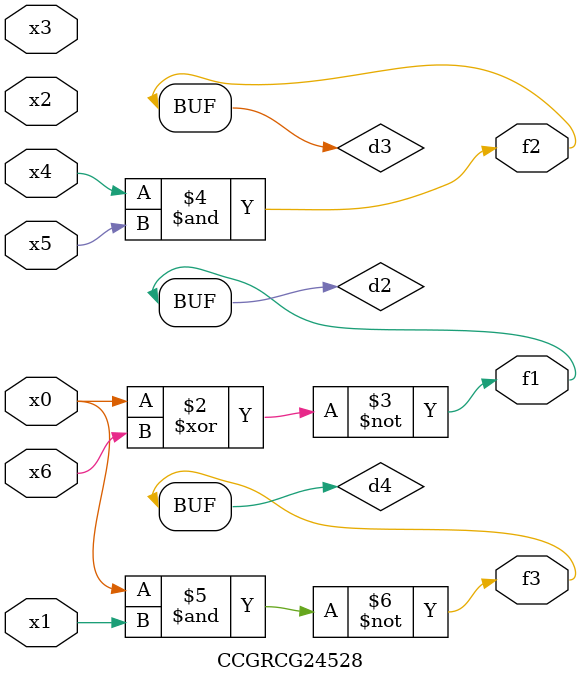
<source format=v>
module CCGRCG24528(
	input x0, x1, x2, x3, x4, x5, x6,
	output f1, f2, f3
);

	wire d1, d2, d3, d4;

	nor (d1, x0);
	xnor (d2, x0, x6);
	and (d3, x4, x5);
	nand (d4, x0, x1);
	assign f1 = d2;
	assign f2 = d3;
	assign f3 = d4;
endmodule

</source>
